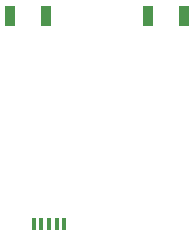
<source format=gbr>
G04 DesignSpark PCB Gerber Version 9.0 Build 5138 *
%FSLAX35Y35*%
%MOIN*%
%ADD109R,0.01372X0.03931*%
%ADD108R,0.03734X0.06687*%
X0Y0D02*
D02*
D108*
X18194Y100600D03*
X30006D03*
X64194D03*
X76006D03*
D02*
D109*
X25982Y31080D03*
X28541D03*
X31100D03*
X33659D03*
X36218D03*
X0Y0D02*
M02*

</source>
